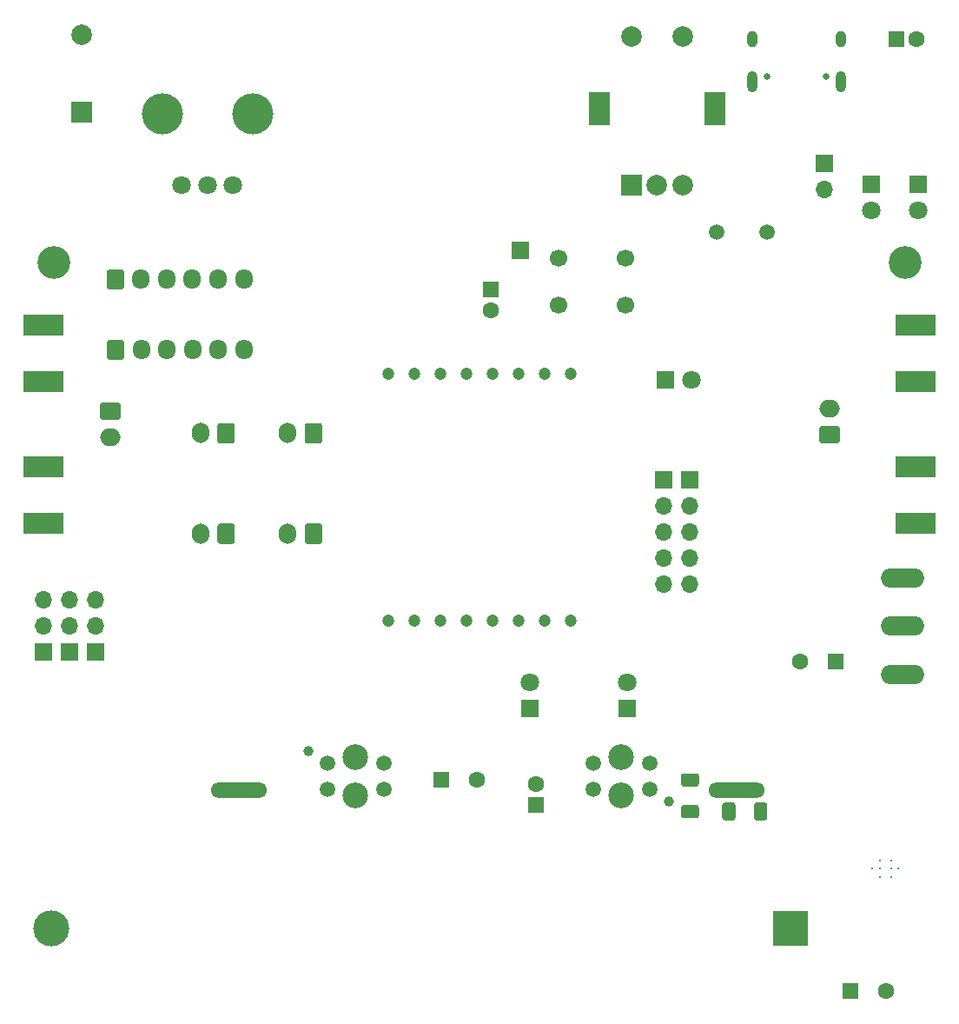
<source format=gbr>
%TF.GenerationSoftware,KiCad,Pcbnew,(5.1.10)-1*%
%TF.CreationDate,2021-06-15T00:02:20+02:00*%
%TF.ProjectId,TrackJet_H01,54726163-6b4a-4657-945f-4830312e6b69,rev?*%
%TF.SameCoordinates,Original*%
%TF.FileFunction,Soldermask,Bot*%
%TF.FilePolarity,Negative*%
%FSLAX46Y46*%
G04 Gerber Fmt 4.6, Leading zero omitted, Abs format (unit mm)*
G04 Created by KiCad (PCBNEW (5.1.10)-1) date 2021-06-15 00:02:20*
%MOMM*%
%LPD*%
G01*
G04 APERTURE LIST*
%ADD10C,1.800000*%
%ADD11R,1.800000X1.800000*%
%ADD12R,3.500000X3.500000*%
%ADD13C,3.500000*%
%ADD14O,5.500000X1.500000*%
%ADD15O,1.700000X1.700000*%
%ADD16R,1.700000X1.700000*%
%ADD17C,1.500000*%
%ADD18C,1.000000*%
%ADD19C,2.500000*%
%ADD20R,4.000000X2.000000*%
%ADD21C,1.200000*%
%ADD22O,1.000000X2.100000*%
%ADD23C,0.650000*%
%ADD24O,1.000000X1.600000*%
%ADD25C,0.300000*%
%ADD26C,3.200000*%
%ADD27O,4.200000X1.900000*%
%ADD28C,2.000000*%
%ADD29R,2.000000X2.000000*%
%ADD30C,1.600000*%
%ADD31R,1.600000X1.600000*%
%ADD32O,1.700000X1.950000*%
%ADD33O,1.700000X2.000000*%
%ADD34O,2.000000X1.700000*%
%ADD35C,4.000000*%
%ADD36R,2.000000X3.200000*%
%ADD37C,1.700000*%
G04 APERTURE END LIST*
%TO.C,R76*%
G36*
G01*
X71766000Y-78730001D02*
X71766000Y-77479999D01*
G75*
G02*
X72015999Y-77230000I249999J0D01*
G01*
X72816001Y-77230000D01*
G75*
G02*
X73066000Y-77479999I0J-249999D01*
G01*
X73066000Y-78730001D01*
G75*
G02*
X72816001Y-78980000I-249999J0D01*
G01*
X72015999Y-78980000D01*
G75*
G02*
X71766000Y-78730001I0J249999D01*
G01*
G37*
G36*
G01*
X68666000Y-78730001D02*
X68666000Y-77479999D01*
G75*
G02*
X68915999Y-77230000I249999J0D01*
G01*
X69716001Y-77230000D01*
G75*
G02*
X69966000Y-77479999I0J-249999D01*
G01*
X69966000Y-78730001D01*
G75*
G02*
X69716001Y-78980000I-249999J0D01*
G01*
X68915999Y-78980000D01*
G75*
G02*
X68666000Y-78730001I0J249999D01*
G01*
G37*
%TD*%
%TO.C,R77*%
G36*
G01*
X66157001Y-75681000D02*
X64906999Y-75681000D01*
G75*
G02*
X64657000Y-75431001I0J249999D01*
G01*
X64657000Y-74630999D01*
G75*
G02*
X64906999Y-74381000I249999J0D01*
G01*
X66157001Y-74381000D01*
G75*
G02*
X66407000Y-74630999I0J-249999D01*
G01*
X66407000Y-75431001D01*
G75*
G02*
X66157001Y-75681000I-249999J0D01*
G01*
G37*
G36*
G01*
X66157001Y-78781000D02*
X64906999Y-78781000D01*
G75*
G02*
X64657000Y-78531001I0J249999D01*
G01*
X64657000Y-77730999D01*
G75*
G02*
X64906999Y-77481000I249999J0D01*
G01*
X66157001Y-77481000D01*
G75*
G02*
X66407000Y-77730999I0J-249999D01*
G01*
X66407000Y-78531001D01*
G75*
G02*
X66157001Y-78781000I-249999J0D01*
G01*
G37*
%TD*%
D10*
%TO.C,D14*%
X65635000Y-36042000D03*
D11*
X63095000Y-36042000D03*
%TD*%
D12*
%TO.C,BT1*%
X75311000Y-89535000D03*
D13*
X3311000Y-89535000D03*
%TD*%
D14*
%TO.C,H6*%
X70100000Y-76000000D03*
%TD*%
%TO.C,H5*%
X21600000Y-76000000D03*
%TD*%
D15*
%TO.C,J16*%
X78613000Y-17526000D03*
D16*
X78613000Y-14986000D03*
%TD*%
%TO.C,J6*%
X49022000Y-23495000D03*
%TD*%
D17*
%TO.C,U8*%
X61598000Y-73406000D03*
X61598000Y-75946000D03*
X56098000Y-73406000D03*
X56098000Y-75946000D03*
D18*
X63498000Y-77126000D03*
D19*
X58848000Y-76576000D03*
X58848000Y-72776000D03*
%TD*%
D17*
%TO.C,U7*%
X30190000Y-75946000D03*
X30190000Y-73406000D03*
X35690000Y-75946000D03*
X35690000Y-73406000D03*
D18*
X28290000Y-72226000D03*
D19*
X32940000Y-72776000D03*
X32940000Y-76576000D03*
%TD*%
D20*
%TO.C,U12*%
X87500000Y-44500000D03*
X87500000Y-50000000D03*
%TD*%
%TO.C,U11*%
X87500000Y-30750000D03*
X87500000Y-36250000D03*
%TD*%
%TO.C,U10*%
X2500000Y-44500000D03*
X2500000Y-50000000D03*
%TD*%
%TO.C,U9*%
X2500000Y-30750000D03*
X2500000Y-36250000D03*
%TD*%
D21*
%TO.C,D5*%
X51350000Y-59500000D03*
X53890000Y-59500000D03*
X46270000Y-59500000D03*
X43730000Y-59500000D03*
X38650000Y-59500000D03*
X36110000Y-59500000D03*
X48810000Y-59500000D03*
X41190000Y-59500000D03*
X36110000Y-35500000D03*
X38650000Y-35500000D03*
X41190000Y-35500000D03*
X43730000Y-35500000D03*
X46270000Y-35500000D03*
X48810000Y-35500000D03*
X51350000Y-35500000D03*
X53890000Y-35500000D03*
%TD*%
D22*
%TO.C,J5*%
X71593000Y-7067000D03*
X80233000Y-7067000D03*
D23*
X78803000Y-6537000D03*
D24*
X80233000Y-2887000D03*
D23*
X73023000Y-6537000D03*
D24*
X71593000Y-2887000D03*
%TD*%
D25*
%TO.C,U5*%
X84057000Y-83693000D03*
X84057000Y-82918000D03*
X84057000Y-84468000D03*
X85107000Y-83693000D03*
X85107000Y-82918000D03*
X85107000Y-84468000D03*
X83307000Y-83693000D03*
X85857000Y-83693000D03*
%TD*%
D26*
%TO.C,H4*%
X86500000Y-24600000D03*
%TD*%
%TO.C,H1*%
X3500000Y-24600000D03*
%TD*%
D27*
%TO.C,SW3*%
X86233000Y-64770000D03*
X86233000Y-60071000D03*
X86233000Y-55372000D03*
%TD*%
D15*
%TO.C,J8*%
X7620000Y-57531000D03*
X7620000Y-60071000D03*
D16*
X7620000Y-62611000D03*
%TD*%
D28*
%TO.C,BZ1*%
X6223000Y-2433000D03*
D29*
X6223000Y-10033000D03*
%TD*%
D30*
%TO.C,C54*%
X50546000Y-75470000D03*
D31*
X50546000Y-77470000D03*
%TD*%
D30*
%TO.C,C49*%
X84653000Y-95631000D03*
D31*
X81153000Y-95631000D03*
%TD*%
D30*
%TO.C,C45*%
X46101000Y-29305000D03*
D31*
X46101000Y-27305000D03*
%TD*%
D30*
%TO.C,C57*%
X44775000Y-75057000D03*
D31*
X41275000Y-75057000D03*
%TD*%
D30*
%TO.C,C51*%
X87630000Y-2921000D03*
D31*
X85630000Y-2921000D03*
%TD*%
D30*
%TO.C,C52*%
X76256000Y-63500000D03*
D31*
X79756000Y-63500000D03*
%TD*%
D32*
%TO.C,J1*%
X22025000Y-26289000D03*
X19525000Y-26289000D03*
X17025000Y-26289000D03*
X14525000Y-26289000D03*
X12025000Y-26289000D03*
G36*
G01*
X8675000Y-27014000D02*
X8675000Y-25564000D01*
G75*
G02*
X8925000Y-25314000I250000J0D01*
G01*
X10125000Y-25314000D01*
G75*
G02*
X10375000Y-25564000I0J-250000D01*
G01*
X10375000Y-27014000D01*
G75*
G02*
X10125000Y-27264000I-250000J0D01*
G01*
X8925000Y-27264000D01*
G75*
G02*
X8675000Y-27014000I0J250000D01*
G01*
G37*
%TD*%
D10*
%TO.C,D2*%
X49911000Y-65532000D03*
D11*
X49911000Y-68072000D03*
%TD*%
D10*
%TO.C,D4*%
X87757000Y-19558000D03*
D11*
X87757000Y-17018000D03*
%TD*%
D10*
%TO.C,D3*%
X83185000Y-19558000D03*
D11*
X83185000Y-17018000D03*
%TD*%
D10*
%TO.C,D1*%
X59436000Y-65532000D03*
D11*
X59436000Y-68072000D03*
%TD*%
D15*
%TO.C,J4*%
X62992000Y-56007000D03*
X62992000Y-53467000D03*
X62992000Y-50927000D03*
X62992000Y-48387000D03*
D16*
X62992000Y-45847000D03*
%TD*%
D15*
%TO.C,J3*%
X65532000Y-56007000D03*
X65532000Y-53467000D03*
X65532000Y-50927000D03*
X65532000Y-48387000D03*
D16*
X65532000Y-45847000D03*
%TD*%
D33*
%TO.C,J10*%
X26329000Y-51054000D03*
G36*
G01*
X29679000Y-50304000D02*
X29679000Y-51804000D01*
G75*
G02*
X29429000Y-52054000I-250000J0D01*
G01*
X28229000Y-52054000D01*
G75*
G02*
X27979000Y-51804000I0J250000D01*
G01*
X27979000Y-50304000D01*
G75*
G02*
X28229000Y-50054000I250000J0D01*
G01*
X29429000Y-50054000D01*
G75*
G02*
X29679000Y-50304000I0J-250000D01*
G01*
G37*
%TD*%
%TO.C,J13*%
X17820000Y-51054000D03*
G36*
G01*
X21170000Y-50304000D02*
X21170000Y-51804000D01*
G75*
G02*
X20920000Y-52054000I-250000J0D01*
G01*
X19720000Y-52054000D01*
G75*
G02*
X19470000Y-51804000I0J250000D01*
G01*
X19470000Y-50304000D01*
G75*
G02*
X19720000Y-50054000I250000J0D01*
G01*
X20920000Y-50054000D01*
G75*
G02*
X21170000Y-50304000I0J-250000D01*
G01*
G37*
%TD*%
%TO.C,J14*%
X17820000Y-41275000D03*
G36*
G01*
X21170000Y-40525000D02*
X21170000Y-42025000D01*
G75*
G02*
X20920000Y-42275000I-250000J0D01*
G01*
X19720000Y-42275000D01*
G75*
G02*
X19470000Y-42025000I0J250000D01*
G01*
X19470000Y-40525000D01*
G75*
G02*
X19720000Y-40275000I250000J0D01*
G01*
X20920000Y-40275000D01*
G75*
G02*
X21170000Y-40525000I0J-250000D01*
G01*
G37*
%TD*%
D15*
%TO.C,J15*%
X2540000Y-57531000D03*
X2540000Y-60071000D03*
D16*
X2540000Y-62611000D03*
%TD*%
D33*
%TO.C,J11*%
X26329000Y-41275000D03*
G36*
G01*
X29679000Y-40525000D02*
X29679000Y-42025000D01*
G75*
G02*
X29429000Y-42275000I-250000J0D01*
G01*
X28229000Y-42275000D01*
G75*
G02*
X27979000Y-42025000I0J250000D01*
G01*
X27979000Y-40525000D01*
G75*
G02*
X28229000Y-40275000I250000J0D01*
G01*
X29429000Y-40275000D01*
G75*
G02*
X29679000Y-40525000I0J-250000D01*
G01*
G37*
%TD*%
D34*
%TO.C,J9*%
X79121000Y-38902000D03*
G36*
G01*
X79871000Y-42252000D02*
X78371000Y-42252000D01*
G75*
G02*
X78121000Y-42002000I0J250000D01*
G01*
X78121000Y-40802000D01*
G75*
G02*
X78371000Y-40552000I250000J0D01*
G01*
X79871000Y-40552000D01*
G75*
G02*
X80121000Y-40802000I0J-250000D01*
G01*
X80121000Y-42002000D01*
G75*
G02*
X79871000Y-42252000I-250000J0D01*
G01*
G37*
%TD*%
D15*
%TO.C,J12*%
X5080000Y-57531000D03*
X5080000Y-60071000D03*
D16*
X5080000Y-62611000D03*
%TD*%
D32*
%TO.C,J2*%
X22034500Y-33147000D03*
X19534500Y-33147000D03*
X17034500Y-33147000D03*
X14534500Y-33147000D03*
X12034500Y-33147000D03*
G36*
G01*
X8684500Y-33872000D02*
X8684500Y-32422000D01*
G75*
G02*
X8934500Y-32172000I250000J0D01*
G01*
X10134500Y-32172000D01*
G75*
G02*
X10384500Y-32422000I0J-250000D01*
G01*
X10384500Y-33872000D01*
G75*
G02*
X10134500Y-34122000I-250000J0D01*
G01*
X8934500Y-34122000D01*
G75*
G02*
X8684500Y-33872000I0J250000D01*
G01*
G37*
%TD*%
D34*
%TO.C,J7*%
X9017000Y-41616000D03*
G36*
G01*
X8267000Y-38266000D02*
X9767000Y-38266000D01*
G75*
G02*
X10017000Y-38516000I0J-250000D01*
G01*
X10017000Y-39716000D01*
G75*
G02*
X9767000Y-39966000I-250000J0D01*
G01*
X8267000Y-39966000D01*
G75*
G02*
X8017000Y-39716000I0J250000D01*
G01*
X8017000Y-38516000D01*
G75*
G02*
X8267000Y-38266000I250000J0D01*
G01*
G37*
%TD*%
D35*
%TO.C,RV1*%
X22900000Y-10145000D03*
X14100000Y-10145000D03*
D10*
X21000000Y-17145000D03*
X18500000Y-17145000D03*
X16000000Y-17145000D03*
%TD*%
D29*
%TO.C,SW1*%
X59817000Y-17145000D03*
D28*
X62317000Y-17145000D03*
X64817000Y-17145000D03*
D36*
X56717000Y-9645000D03*
X67917000Y-9645000D03*
D28*
X59817000Y-2645000D03*
X64817000Y-2645000D03*
%TD*%
D37*
%TO.C,SW2*%
X52705000Y-24257000D03*
X59205000Y-24257000D03*
X52705000Y-28757000D03*
X59205000Y-28757000D03*
%TD*%
D17*
%TO.C,Y1*%
X68145000Y-21717000D03*
X73025000Y-21717000D03*
%TD*%
M02*

</source>
